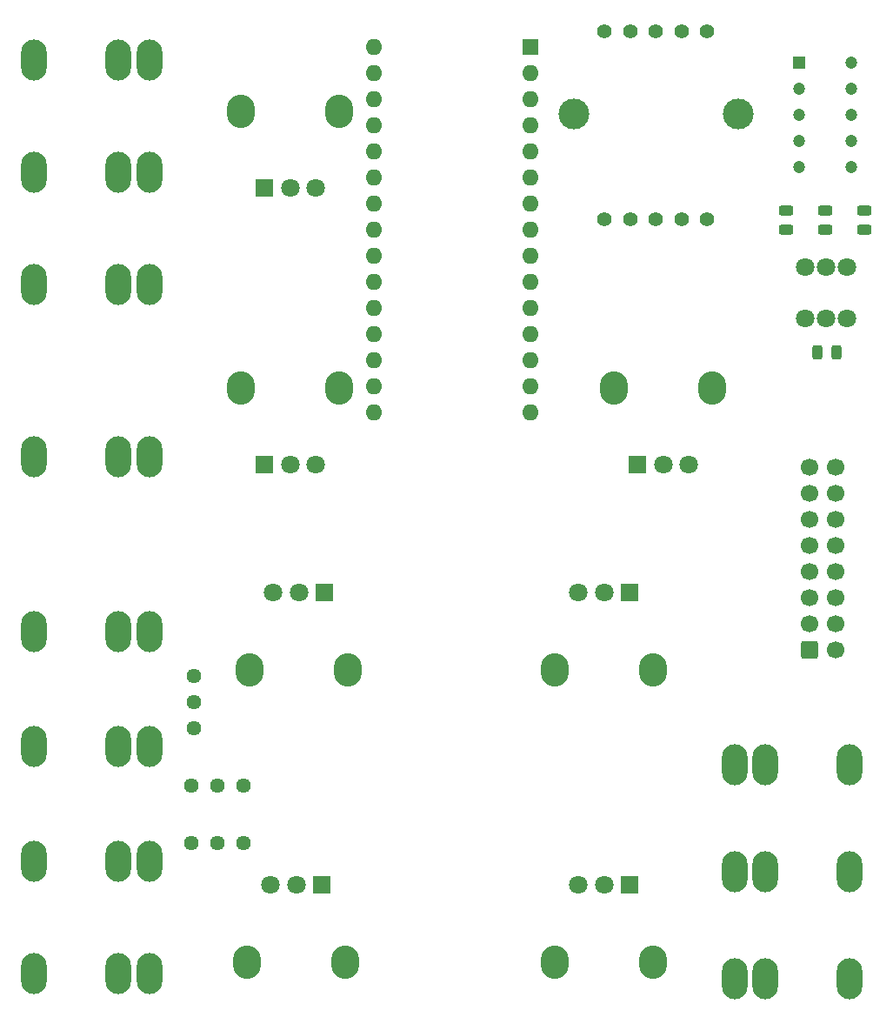
<source format=gbr>
%TF.GenerationSoftware,KiCad,Pcbnew,7.0.2*%
%TF.CreationDate,2023-06-19T11:50:49-04:00*%
%TF.ProjectId,SSI2130_Oscillator,53534932-3133-4305-9f4f-7363696c6c61,rev?*%
%TF.SameCoordinates,Original*%
%TF.FileFunction,Soldermask,Top*%
%TF.FilePolarity,Negative*%
%FSLAX46Y46*%
G04 Gerber Fmt 4.6, Leading zero omitted, Abs format (unit mm)*
G04 Created by KiCad (PCBNEW 7.0.2) date 2023-06-19 11:50:49*
%MOMM*%
%LPD*%
G01*
G04 APERTURE LIST*
G04 Aperture macros list*
%AMRoundRect*
0 Rectangle with rounded corners*
0 $1 Rounding radius*
0 $2 $3 $4 $5 $6 $7 $8 $9 X,Y pos of 4 corners*
0 Add a 4 corners polygon primitive as box body*
4,1,4,$2,$3,$4,$5,$6,$7,$8,$9,$2,$3,0*
0 Add four circle primitives for the rounded corners*
1,1,$1+$1,$2,$3*
1,1,$1+$1,$4,$5*
1,1,$1+$1,$6,$7*
1,1,$1+$1,$8,$9*
0 Add four rect primitives between the rounded corners*
20,1,$1+$1,$2,$3,$4,$5,0*
20,1,$1+$1,$4,$5,$6,$7,0*
20,1,$1+$1,$6,$7,$8,$9,0*
20,1,$1+$1,$8,$9,$2,$3,0*%
G04 Aperture macros list end*
%ADD10C,1.800000*%
%ADD11RoundRect,0.243750X-0.243750X-0.456250X0.243750X-0.456250X0.243750X0.456250X-0.243750X0.456250X0*%
%ADD12RoundRect,0.243750X0.456250X-0.243750X0.456250X0.243750X-0.456250X0.243750X-0.456250X-0.243750X0*%
%ADD13R,1.200000X1.200000*%
%ADD14C,1.200000*%
%ADD15O,2.500000X4.000000*%
%ADD16C,1.440000*%
%ADD17O,2.720000X3.240000*%
%ADD18R,1.800000X1.800000*%
%ADD19C,1.400000*%
%ADD20C,3.000000*%
%ADD21R,1.600000X1.600000*%
%ADD22O,1.600000X1.600000*%
%ADD23RoundRect,0.250000X-0.600000X-0.600000X0.600000X-0.600000X0.600000X0.600000X-0.600000X0.600000X0*%
%ADD24C,1.700000*%
G04 APERTURE END LIST*
D10*
%TO.C,SW1*%
X107292000Y-50615000D03*
X109292000Y-50615000D03*
X111292000Y-50615000D03*
X107292000Y-55615000D03*
X109292000Y-55615000D03*
X111292000Y-55615000D03*
%TD*%
D11*
%TO.C,D16*%
X108424500Y-58928000D03*
X110299500Y-58928000D03*
%TD*%
D12*
%TO.C,D13*%
X113030000Y-46990000D03*
X113030000Y-45115000D03*
%TD*%
%TO.C,D14*%
X109220000Y-46990000D03*
X109220000Y-45115000D03*
%TD*%
%TO.C,D15*%
X105410000Y-46990000D03*
X105410000Y-45115000D03*
%TD*%
D13*
%TO.C,DS1*%
X106680000Y-30734000D03*
D14*
X106680000Y-33274000D03*
X106680000Y-35814000D03*
X106680000Y-38354000D03*
X106680000Y-40894000D03*
X111760000Y-40894000D03*
X111760000Y-38354000D03*
X111760000Y-35814000D03*
X111760000Y-33274000D03*
X111760000Y-30734000D03*
%TD*%
D15*
%TO.C,J2*%
X43386000Y-119380000D03*
X40386000Y-119380000D03*
X32186000Y-119380000D03*
%TD*%
%TO.C,J3*%
X43386000Y-69088000D03*
X40386000Y-69088000D03*
X32186000Y-69088000D03*
%TD*%
%TO.C,J6*%
X43386000Y-97282000D03*
X40386000Y-97282000D03*
X32186000Y-97282000D03*
%TD*%
%TO.C,J7*%
X100378000Y-109474000D03*
X103378000Y-109474000D03*
X111578000Y-109474000D03*
%TD*%
%TO.C,J8*%
X100378000Y-99060000D03*
X103378000Y-99060000D03*
X111578000Y-99060000D03*
%TD*%
%TO.C,J9*%
X100378000Y-119888000D03*
X103378000Y-119888000D03*
X111578000Y-119888000D03*
%TD*%
%TO.C,J10*%
X43386000Y-41402000D03*
X40386000Y-41402000D03*
X32186000Y-41402000D03*
%TD*%
%TO.C,J11*%
X43386000Y-52324000D03*
X40386000Y-52324000D03*
X32186000Y-52324000D03*
%TD*%
%TO.C,J12*%
X43386000Y-30480000D03*
X40386000Y-30480000D03*
X32186000Y-30480000D03*
%TD*%
D16*
%TO.C,RV1*%
X52578000Y-101092000D03*
X50038000Y-101092000D03*
X47498000Y-101092000D03*
%TD*%
%TO.C,RV2*%
X52578000Y-106680000D03*
X50038000Y-106680000D03*
X47498000Y-106680000D03*
%TD*%
D17*
%TO.C,RV4*%
X62498000Y-118244000D03*
X52898000Y-118244000D03*
D18*
X60198000Y-110744000D03*
D10*
X57698000Y-110744000D03*
X55198000Y-110744000D03*
%TD*%
D17*
%TO.C,RV5*%
X92470000Y-118244000D03*
X82870000Y-118244000D03*
D18*
X90170000Y-110744000D03*
D10*
X87670000Y-110744000D03*
X85170000Y-110744000D03*
%TD*%
D17*
%TO.C,RV6*%
X52310000Y-62350000D03*
X61910000Y-62350000D03*
D18*
X54610000Y-69850000D03*
D10*
X57110000Y-69850000D03*
X59610000Y-69850000D03*
%TD*%
D17*
%TO.C,RV7*%
X88632000Y-62350000D03*
X98232000Y-62350000D03*
D18*
X90932000Y-69850000D03*
D10*
X93432000Y-69850000D03*
X95932000Y-69850000D03*
%TD*%
D17*
%TO.C,RV8*%
X62752000Y-89796000D03*
X53152000Y-89796000D03*
D18*
X60452000Y-82296000D03*
D10*
X57952000Y-82296000D03*
X55452000Y-82296000D03*
%TD*%
D17*
%TO.C,RV9*%
X92470000Y-89796000D03*
X82870000Y-89796000D03*
D18*
X90170000Y-82296000D03*
D10*
X87670000Y-82296000D03*
X85170000Y-82296000D03*
%TD*%
D17*
%TO.C,RV11*%
X52310000Y-35426000D03*
X61910000Y-35426000D03*
D18*
X54610000Y-42926000D03*
D10*
X57110000Y-42926000D03*
X59610000Y-42926000D03*
%TD*%
D19*
%TO.C,S1*%
X97710000Y-45980000D03*
X95210000Y-45980000D03*
X92710000Y-45980000D03*
X90210000Y-45980000D03*
X87710000Y-45980000D03*
X87710000Y-27680000D03*
X90210000Y-27680000D03*
X92710000Y-27680000D03*
X95210000Y-27680000D03*
X97710000Y-27680000D03*
D20*
X84710000Y-35730000D03*
X100710000Y-35730000D03*
%TD*%
D15*
%TO.C,J5*%
X43386000Y-108458000D03*
X40386000Y-108458000D03*
X32186000Y-108458000D03*
%TD*%
D16*
%TO.C,RV3*%
X47752000Y-90424000D03*
X47752000Y-92964000D03*
X47752000Y-95504000D03*
%TD*%
D15*
%TO.C,J4*%
X43386000Y-86106000D03*
X40386000Y-86106000D03*
X32186000Y-86106000D03*
%TD*%
D21*
%TO.C,A1*%
X80518000Y-29210000D03*
D22*
X80518000Y-31750000D03*
X80518000Y-34290000D03*
X80518000Y-36830000D03*
X80518000Y-39370000D03*
X80518000Y-41910000D03*
X80518000Y-44450000D03*
X80518000Y-46990000D03*
X80518000Y-49530000D03*
X80518000Y-52070000D03*
X80518000Y-54610000D03*
X80518000Y-57150000D03*
X80518000Y-59690000D03*
X80518000Y-62230000D03*
X80518000Y-64770000D03*
X65278000Y-64770000D03*
X65278000Y-62230000D03*
X65278000Y-59690000D03*
X65278000Y-57150000D03*
X65278000Y-54610000D03*
X65278000Y-52070000D03*
X65278000Y-49530000D03*
X65278000Y-46990000D03*
X65278000Y-44450000D03*
X65278000Y-41910000D03*
X65278000Y-39370000D03*
X65278000Y-36830000D03*
X65278000Y-34290000D03*
X65278000Y-31750000D03*
X65278000Y-29210000D03*
%TD*%
D23*
%TO.C,J1*%
X107696000Y-87884000D03*
D24*
X110236000Y-87884000D03*
X107696000Y-85344000D03*
X110236000Y-85344000D03*
X107696000Y-82804000D03*
X110236000Y-82804000D03*
X107696000Y-80264000D03*
X110236000Y-80264000D03*
X107696000Y-77724000D03*
X110236000Y-77724000D03*
X107696000Y-75184000D03*
X110236000Y-75184000D03*
X107696000Y-72644000D03*
X110236000Y-72644000D03*
X107696000Y-70104000D03*
X110236000Y-70104000D03*
%TD*%
M02*

</source>
